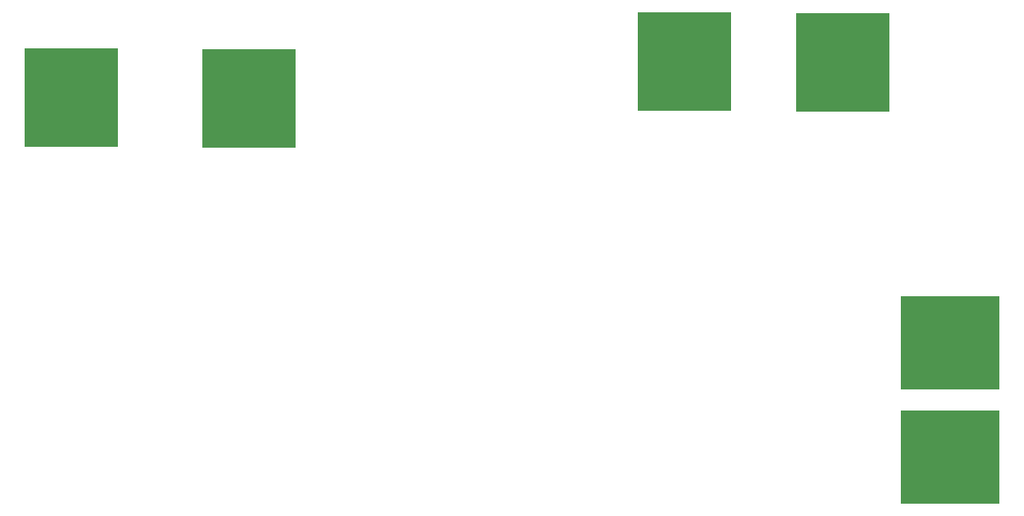
<source format=gbr>
G04 #@! TF.FileFunction,Paste,Bot*
%FSLAX46Y46*%
G04 Gerber Fmt 4.6, Leading zero omitted, Abs format (unit mm)*
G04 Created by KiCad (PCBNEW 4.0.1-stable) date 11.07.2016 15:10:56*
%MOMM*%
G01*
G04 APERTURE LIST*
%ADD10C,0.100000*%
%ADD11R,9.000000X9.500000*%
%ADD12R,9.500000X9.000000*%
G04 APERTURE END LIST*
D10*
D11*
X142601600Y-50075200D03*
X85401600Y-53575200D03*
X127301600Y-49975200D03*
D12*
X152924800Y-88101600D03*
X152924800Y-77101600D03*
D11*
X68298400Y-53524800D03*
M02*

</source>
